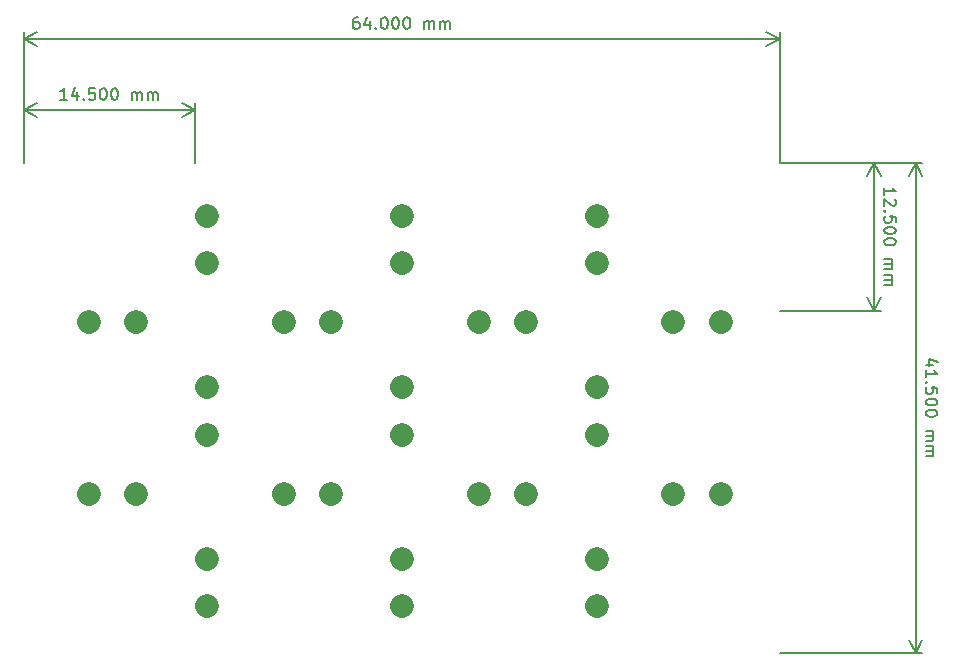
<source format=gbr>
%TF.GenerationSoftware,KiCad,Pcbnew,5.1.10-88a1d61d58~90~ubuntu20.04.1*%
%TF.CreationDate,2022-01-16T22:17:14+00:00*%
%TF.ProjectId,grove_adaptor_panel,67726f76-655f-4616-9461-70746f725f70,rev?*%
%TF.SameCoordinates,Original*%
%TF.FileFunction,Other,ECO1*%
%FSLAX46Y46*%
G04 Gerber Fmt 4.6, Leading zero omitted, Abs format (unit mm)*
G04 Created by KiCad (PCBNEW 5.1.10-88a1d61d58~90~ubuntu20.04.1) date 2022-01-16 22:17:14*
%MOMM*%
%LPD*%
G01*
G04 APERTURE LIST*
%ADD10C,0.150000*%
%ADD11C,2.000000*%
G04 APERTURE END LIST*
D10*
X245347619Y-92178571D02*
X245347619Y-91607142D01*
X245347619Y-91892857D02*
X246347619Y-91892857D01*
X246204761Y-91797619D01*
X246109523Y-91702380D01*
X246061904Y-91607142D01*
X246252380Y-92559523D02*
X246300000Y-92607142D01*
X246347619Y-92702380D01*
X246347619Y-92940476D01*
X246300000Y-93035714D01*
X246252380Y-93083333D01*
X246157142Y-93130952D01*
X246061904Y-93130952D01*
X245919047Y-93083333D01*
X245347619Y-92511904D01*
X245347619Y-93130952D01*
X245442857Y-93559523D02*
X245395238Y-93607142D01*
X245347619Y-93559523D01*
X245395238Y-93511904D01*
X245442857Y-93559523D01*
X245347619Y-93559523D01*
X246347619Y-94511904D02*
X246347619Y-94035714D01*
X245871428Y-93988095D01*
X245919047Y-94035714D01*
X245966666Y-94130952D01*
X245966666Y-94369047D01*
X245919047Y-94464285D01*
X245871428Y-94511904D01*
X245776190Y-94559523D01*
X245538095Y-94559523D01*
X245442857Y-94511904D01*
X245395238Y-94464285D01*
X245347619Y-94369047D01*
X245347619Y-94130952D01*
X245395238Y-94035714D01*
X245442857Y-93988095D01*
X246347619Y-95178571D02*
X246347619Y-95273809D01*
X246300000Y-95369047D01*
X246252380Y-95416666D01*
X246157142Y-95464285D01*
X245966666Y-95511904D01*
X245728571Y-95511904D01*
X245538095Y-95464285D01*
X245442857Y-95416666D01*
X245395238Y-95369047D01*
X245347619Y-95273809D01*
X245347619Y-95178571D01*
X245395238Y-95083333D01*
X245442857Y-95035714D01*
X245538095Y-94988095D01*
X245728571Y-94940476D01*
X245966666Y-94940476D01*
X246157142Y-94988095D01*
X246252380Y-95035714D01*
X246300000Y-95083333D01*
X246347619Y-95178571D01*
X246347619Y-96130952D02*
X246347619Y-96226190D01*
X246300000Y-96321428D01*
X246252380Y-96369047D01*
X246157142Y-96416666D01*
X245966666Y-96464285D01*
X245728571Y-96464285D01*
X245538095Y-96416666D01*
X245442857Y-96369047D01*
X245395238Y-96321428D01*
X245347619Y-96226190D01*
X245347619Y-96130952D01*
X245395238Y-96035714D01*
X245442857Y-95988095D01*
X245538095Y-95940476D01*
X245728571Y-95892857D01*
X245966666Y-95892857D01*
X246157142Y-95940476D01*
X246252380Y-95988095D01*
X246300000Y-96035714D01*
X246347619Y-96130952D01*
X245347619Y-97654761D02*
X246014285Y-97654761D01*
X245919047Y-97654761D02*
X245966666Y-97702380D01*
X246014285Y-97797619D01*
X246014285Y-97940476D01*
X245966666Y-98035714D01*
X245871428Y-98083333D01*
X245347619Y-98083333D01*
X245871428Y-98083333D02*
X245966666Y-98130952D01*
X246014285Y-98226190D01*
X246014285Y-98369047D01*
X245966666Y-98464285D01*
X245871428Y-98511904D01*
X245347619Y-98511904D01*
X245347619Y-98988095D02*
X246014285Y-98988095D01*
X245919047Y-98988095D02*
X245966666Y-99035714D01*
X246014285Y-99130952D01*
X246014285Y-99273809D01*
X245966666Y-99369047D01*
X245871428Y-99416666D01*
X245347619Y-99416666D01*
X245871428Y-99416666D02*
X245966666Y-99464285D01*
X246014285Y-99559523D01*
X246014285Y-99702380D01*
X245966666Y-99797619D01*
X245871428Y-99845238D01*
X245347619Y-99845238D01*
X244500000Y-89500000D02*
X244500000Y-102000000D01*
X236500000Y-89500000D02*
X245086421Y-89500000D01*
X236500000Y-102000000D02*
X245086421Y-102000000D01*
X244500000Y-102000000D02*
X243913579Y-100873496D01*
X244500000Y-102000000D02*
X245086421Y-100873496D01*
X244500000Y-89500000D02*
X243913579Y-90626504D01*
X244500000Y-89500000D02*
X245086421Y-90626504D01*
X249514285Y-106583333D02*
X248847619Y-106583333D01*
X249895238Y-106345238D02*
X249180952Y-106107142D01*
X249180952Y-106726190D01*
X248847619Y-107630952D02*
X248847619Y-107059523D01*
X248847619Y-107345238D02*
X249847619Y-107345238D01*
X249704761Y-107250000D01*
X249609523Y-107154761D01*
X249561904Y-107059523D01*
X248942857Y-108059523D02*
X248895238Y-108107142D01*
X248847619Y-108059523D01*
X248895238Y-108011904D01*
X248942857Y-108059523D01*
X248847619Y-108059523D01*
X249847619Y-109011904D02*
X249847619Y-108535714D01*
X249371428Y-108488095D01*
X249419047Y-108535714D01*
X249466666Y-108630952D01*
X249466666Y-108869047D01*
X249419047Y-108964285D01*
X249371428Y-109011904D01*
X249276190Y-109059523D01*
X249038095Y-109059523D01*
X248942857Y-109011904D01*
X248895238Y-108964285D01*
X248847619Y-108869047D01*
X248847619Y-108630952D01*
X248895238Y-108535714D01*
X248942857Y-108488095D01*
X249847619Y-109678571D02*
X249847619Y-109773809D01*
X249800000Y-109869047D01*
X249752380Y-109916666D01*
X249657142Y-109964285D01*
X249466666Y-110011904D01*
X249228571Y-110011904D01*
X249038095Y-109964285D01*
X248942857Y-109916666D01*
X248895238Y-109869047D01*
X248847619Y-109773809D01*
X248847619Y-109678571D01*
X248895238Y-109583333D01*
X248942857Y-109535714D01*
X249038095Y-109488095D01*
X249228571Y-109440476D01*
X249466666Y-109440476D01*
X249657142Y-109488095D01*
X249752380Y-109535714D01*
X249800000Y-109583333D01*
X249847619Y-109678571D01*
X249847619Y-110630952D02*
X249847619Y-110726190D01*
X249800000Y-110821428D01*
X249752380Y-110869047D01*
X249657142Y-110916666D01*
X249466666Y-110964285D01*
X249228571Y-110964285D01*
X249038095Y-110916666D01*
X248942857Y-110869047D01*
X248895238Y-110821428D01*
X248847619Y-110726190D01*
X248847619Y-110630952D01*
X248895238Y-110535714D01*
X248942857Y-110488095D01*
X249038095Y-110440476D01*
X249228571Y-110392857D01*
X249466666Y-110392857D01*
X249657142Y-110440476D01*
X249752380Y-110488095D01*
X249800000Y-110535714D01*
X249847619Y-110630952D01*
X248847619Y-112154761D02*
X249514285Y-112154761D01*
X249419047Y-112154761D02*
X249466666Y-112202380D01*
X249514285Y-112297619D01*
X249514285Y-112440476D01*
X249466666Y-112535714D01*
X249371428Y-112583333D01*
X248847619Y-112583333D01*
X249371428Y-112583333D02*
X249466666Y-112630952D01*
X249514285Y-112726190D01*
X249514285Y-112869047D01*
X249466666Y-112964285D01*
X249371428Y-113011904D01*
X248847619Y-113011904D01*
X248847619Y-113488095D02*
X249514285Y-113488095D01*
X249419047Y-113488095D02*
X249466666Y-113535714D01*
X249514285Y-113630952D01*
X249514285Y-113773809D01*
X249466666Y-113869047D01*
X249371428Y-113916666D01*
X248847619Y-113916666D01*
X249371428Y-113916666D02*
X249466666Y-113964285D01*
X249514285Y-114059523D01*
X249514285Y-114202380D01*
X249466666Y-114297619D01*
X249371428Y-114345238D01*
X248847619Y-114345238D01*
X248000000Y-89500000D02*
X248000000Y-131000000D01*
X236500000Y-89500000D02*
X248586421Y-89500000D01*
X236500000Y-131000000D02*
X248586421Y-131000000D01*
X248000000Y-131000000D02*
X247413579Y-129873496D01*
X248000000Y-131000000D02*
X248586421Y-129873496D01*
X248000000Y-89500000D02*
X247413579Y-90626504D01*
X248000000Y-89500000D02*
X248586421Y-90626504D01*
X200833333Y-77152380D02*
X200642857Y-77152380D01*
X200547619Y-77200000D01*
X200500000Y-77247619D01*
X200404761Y-77390476D01*
X200357142Y-77580952D01*
X200357142Y-77961904D01*
X200404761Y-78057142D01*
X200452380Y-78104761D01*
X200547619Y-78152380D01*
X200738095Y-78152380D01*
X200833333Y-78104761D01*
X200880952Y-78057142D01*
X200928571Y-77961904D01*
X200928571Y-77723809D01*
X200880952Y-77628571D01*
X200833333Y-77580952D01*
X200738095Y-77533333D01*
X200547619Y-77533333D01*
X200452380Y-77580952D01*
X200404761Y-77628571D01*
X200357142Y-77723809D01*
X201785714Y-77485714D02*
X201785714Y-78152380D01*
X201547619Y-77104761D02*
X201309523Y-77819047D01*
X201928571Y-77819047D01*
X202309523Y-78057142D02*
X202357142Y-78104761D01*
X202309523Y-78152380D01*
X202261904Y-78104761D01*
X202309523Y-78057142D01*
X202309523Y-78152380D01*
X202976190Y-77152380D02*
X203071428Y-77152380D01*
X203166666Y-77200000D01*
X203214285Y-77247619D01*
X203261904Y-77342857D01*
X203309523Y-77533333D01*
X203309523Y-77771428D01*
X203261904Y-77961904D01*
X203214285Y-78057142D01*
X203166666Y-78104761D01*
X203071428Y-78152380D01*
X202976190Y-78152380D01*
X202880952Y-78104761D01*
X202833333Y-78057142D01*
X202785714Y-77961904D01*
X202738095Y-77771428D01*
X202738095Y-77533333D01*
X202785714Y-77342857D01*
X202833333Y-77247619D01*
X202880952Y-77200000D01*
X202976190Y-77152380D01*
X203928571Y-77152380D02*
X204023809Y-77152380D01*
X204119047Y-77200000D01*
X204166666Y-77247619D01*
X204214285Y-77342857D01*
X204261904Y-77533333D01*
X204261904Y-77771428D01*
X204214285Y-77961904D01*
X204166666Y-78057142D01*
X204119047Y-78104761D01*
X204023809Y-78152380D01*
X203928571Y-78152380D01*
X203833333Y-78104761D01*
X203785714Y-78057142D01*
X203738095Y-77961904D01*
X203690476Y-77771428D01*
X203690476Y-77533333D01*
X203738095Y-77342857D01*
X203785714Y-77247619D01*
X203833333Y-77200000D01*
X203928571Y-77152380D01*
X204880952Y-77152380D02*
X204976190Y-77152380D01*
X205071428Y-77200000D01*
X205119047Y-77247619D01*
X205166666Y-77342857D01*
X205214285Y-77533333D01*
X205214285Y-77771428D01*
X205166666Y-77961904D01*
X205119047Y-78057142D01*
X205071428Y-78104761D01*
X204976190Y-78152380D01*
X204880952Y-78152380D01*
X204785714Y-78104761D01*
X204738095Y-78057142D01*
X204690476Y-77961904D01*
X204642857Y-77771428D01*
X204642857Y-77533333D01*
X204690476Y-77342857D01*
X204738095Y-77247619D01*
X204785714Y-77200000D01*
X204880952Y-77152380D01*
X206404761Y-78152380D02*
X206404761Y-77485714D01*
X206404761Y-77580952D02*
X206452380Y-77533333D01*
X206547619Y-77485714D01*
X206690476Y-77485714D01*
X206785714Y-77533333D01*
X206833333Y-77628571D01*
X206833333Y-78152380D01*
X206833333Y-77628571D02*
X206880952Y-77533333D01*
X206976190Y-77485714D01*
X207119047Y-77485714D01*
X207214285Y-77533333D01*
X207261904Y-77628571D01*
X207261904Y-78152380D01*
X207738095Y-78152380D02*
X207738095Y-77485714D01*
X207738095Y-77580952D02*
X207785714Y-77533333D01*
X207880952Y-77485714D01*
X208023809Y-77485714D01*
X208119047Y-77533333D01*
X208166666Y-77628571D01*
X208166666Y-78152380D01*
X208166666Y-77628571D02*
X208214285Y-77533333D01*
X208309523Y-77485714D01*
X208452380Y-77485714D01*
X208547619Y-77533333D01*
X208595238Y-77628571D01*
X208595238Y-78152380D01*
X172500000Y-79000000D02*
X236500000Y-79000000D01*
X172500000Y-89500000D02*
X172500000Y-78413579D01*
X236500000Y-89500000D02*
X236500000Y-78413579D01*
X236500000Y-79000000D02*
X235373496Y-79586421D01*
X236500000Y-79000000D02*
X235373496Y-78413579D01*
X172500000Y-79000000D02*
X173626504Y-79586421D01*
X172500000Y-79000000D02*
X173626504Y-78413579D01*
X176178571Y-84152380D02*
X175607142Y-84152380D01*
X175892857Y-84152380D02*
X175892857Y-83152380D01*
X175797619Y-83295238D01*
X175702380Y-83390476D01*
X175607142Y-83438095D01*
X177035714Y-83485714D02*
X177035714Y-84152380D01*
X176797619Y-83104761D02*
X176559523Y-83819047D01*
X177178571Y-83819047D01*
X177559523Y-84057142D02*
X177607142Y-84104761D01*
X177559523Y-84152380D01*
X177511904Y-84104761D01*
X177559523Y-84057142D01*
X177559523Y-84152380D01*
X178511904Y-83152380D02*
X178035714Y-83152380D01*
X177988095Y-83628571D01*
X178035714Y-83580952D01*
X178130952Y-83533333D01*
X178369047Y-83533333D01*
X178464285Y-83580952D01*
X178511904Y-83628571D01*
X178559523Y-83723809D01*
X178559523Y-83961904D01*
X178511904Y-84057142D01*
X178464285Y-84104761D01*
X178369047Y-84152380D01*
X178130952Y-84152380D01*
X178035714Y-84104761D01*
X177988095Y-84057142D01*
X179178571Y-83152380D02*
X179273809Y-83152380D01*
X179369047Y-83200000D01*
X179416666Y-83247619D01*
X179464285Y-83342857D01*
X179511904Y-83533333D01*
X179511904Y-83771428D01*
X179464285Y-83961904D01*
X179416666Y-84057142D01*
X179369047Y-84104761D01*
X179273809Y-84152380D01*
X179178571Y-84152380D01*
X179083333Y-84104761D01*
X179035714Y-84057142D01*
X178988095Y-83961904D01*
X178940476Y-83771428D01*
X178940476Y-83533333D01*
X178988095Y-83342857D01*
X179035714Y-83247619D01*
X179083333Y-83200000D01*
X179178571Y-83152380D01*
X180130952Y-83152380D02*
X180226190Y-83152380D01*
X180321428Y-83200000D01*
X180369047Y-83247619D01*
X180416666Y-83342857D01*
X180464285Y-83533333D01*
X180464285Y-83771428D01*
X180416666Y-83961904D01*
X180369047Y-84057142D01*
X180321428Y-84104761D01*
X180226190Y-84152380D01*
X180130952Y-84152380D01*
X180035714Y-84104761D01*
X179988095Y-84057142D01*
X179940476Y-83961904D01*
X179892857Y-83771428D01*
X179892857Y-83533333D01*
X179940476Y-83342857D01*
X179988095Y-83247619D01*
X180035714Y-83200000D01*
X180130952Y-83152380D01*
X181654761Y-84152380D02*
X181654761Y-83485714D01*
X181654761Y-83580952D02*
X181702380Y-83533333D01*
X181797619Y-83485714D01*
X181940476Y-83485714D01*
X182035714Y-83533333D01*
X182083333Y-83628571D01*
X182083333Y-84152380D01*
X182083333Y-83628571D02*
X182130952Y-83533333D01*
X182226190Y-83485714D01*
X182369047Y-83485714D01*
X182464285Y-83533333D01*
X182511904Y-83628571D01*
X182511904Y-84152380D01*
X182988095Y-84152380D02*
X182988095Y-83485714D01*
X182988095Y-83580952D02*
X183035714Y-83533333D01*
X183130952Y-83485714D01*
X183273809Y-83485714D01*
X183369047Y-83533333D01*
X183416666Y-83628571D01*
X183416666Y-84152380D01*
X183416666Y-83628571D02*
X183464285Y-83533333D01*
X183559523Y-83485714D01*
X183702380Y-83485714D01*
X183797619Y-83533333D01*
X183845238Y-83628571D01*
X183845238Y-84152380D01*
X172500000Y-85000000D02*
X187000000Y-85000000D01*
X172500000Y-89500000D02*
X172500000Y-84413579D01*
X187000000Y-89500000D02*
X187000000Y-84413579D01*
X187000000Y-85000000D02*
X185873496Y-85586421D01*
X187000000Y-85000000D02*
X185873496Y-84413579D01*
X172500000Y-85000000D02*
X173626504Y-85586421D01*
X172500000Y-85000000D02*
X173626504Y-84413579D01*
D11*
%TO.C,mouse-bite-2mm-slot*%
X188000000Y-108500000D02*
X188000000Y-108500000D01*
X188000000Y-112500000D02*
X188000000Y-112500000D01*
X231500000Y-117500000D02*
X231500000Y-117500000D01*
X227500000Y-117500000D02*
X227500000Y-117500000D01*
X215000000Y-117500000D02*
X215000000Y-117500000D01*
X211000000Y-117500000D02*
X211000000Y-117500000D01*
X198500000Y-117500000D02*
X198500000Y-117500000D01*
X194500000Y-117500000D02*
X194500000Y-117500000D01*
X182000000Y-117500000D02*
X182000000Y-117500000D01*
X178000000Y-117500000D02*
X178000000Y-117500000D01*
X231500000Y-103000000D02*
X231500000Y-103000000D01*
X227500000Y-103000000D02*
X227500000Y-103000000D01*
X215000000Y-103000000D02*
X215000000Y-103000000D01*
X211000000Y-103000000D02*
X211000000Y-103000000D01*
X198500000Y-103000000D02*
X198500000Y-103000000D01*
X194500000Y-103000000D02*
X194500000Y-103000000D01*
X221000000Y-123000000D02*
X221000000Y-123000000D01*
X221000000Y-127000000D02*
X221000000Y-127000000D01*
X204500000Y-123000000D02*
X204500000Y-123000000D01*
X204500000Y-127000000D02*
X204500000Y-127000000D01*
X188000000Y-123000000D02*
X188000000Y-123000000D01*
X188000000Y-127000000D02*
X188000000Y-127000000D01*
X221000000Y-108500000D02*
X221000000Y-108500000D01*
X221000000Y-112500000D02*
X221000000Y-112500000D01*
X204500000Y-108500000D02*
X204500000Y-108500000D01*
X204500000Y-112500000D02*
X204500000Y-112500000D01*
X221000000Y-94000000D02*
X221000000Y-94000000D01*
X221000000Y-98000000D02*
X221000000Y-98000000D01*
X204500000Y-94000000D02*
X204500000Y-94000000D01*
X204500000Y-98000000D02*
X204500000Y-98000000D01*
X188000000Y-94000000D02*
X188000000Y-94000000D01*
X188000000Y-98000000D02*
X188000000Y-98000000D01*
X182000000Y-103000000D02*
X182000000Y-103000000D01*
X178000000Y-103000000D02*
X178000000Y-103000000D01*
%TD*%
M02*

</source>
